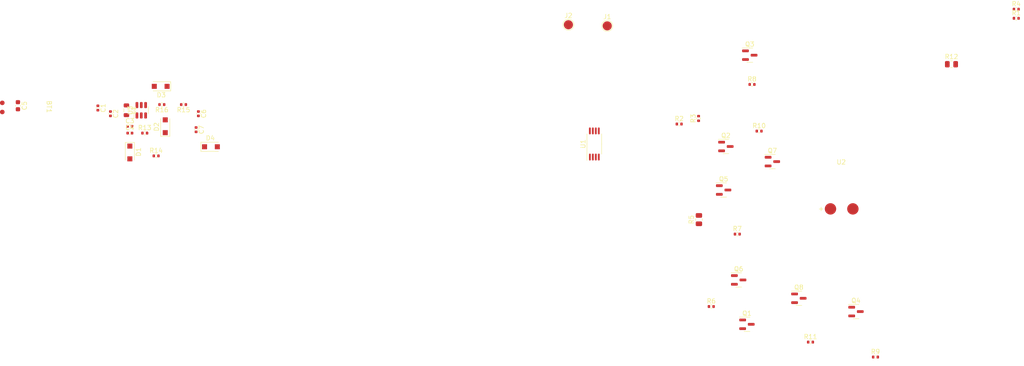
<source format=kicad_pcb>
(kicad_pcb (version 20211014) (generator pcbnew)
  (layers (0 "F.Cu" signal) (31 "B.Cu" signal) (34 "B.Paste" user) (35 "F.Paste" user) (36 "B.SilkS" user "B.Silkscreen") (37 "F.SilkS" user "F.Silkscreen") (38 "B.Mask" user) (39 "F.Mask" user) (44 "Edge.Cuts" user))
  (net 0 "")
  (net 1 "+BATT")
  (net 2 "GND")
  (net 3 "Net-(C2-Pad1)")
  (net 4 "Net-(C3-Pad1)")
  (net 5 "Net-(C3-Pad2)")
  (net 6 "Net-(C4-Pad2)")
  (net 7 "+9V")
  (net 8 "-9V")
  (net 9 "Net-(D2-Pad1)")
  (net 10 "Net-(D4-Pad1)")
  (net 11 "/Current_Ctrl_GPIO")
  (net 12 "/SET_V_GPIO")
  (net 13 "Net-(R1-Pad2)")
  (net 14 "Net-(R2-Pad1)")
  (net 15 "Net-(R15-Pad2)")
  (net 16 "Net-(R11-Pad1)")
  (net 17 "Net-(R11-Pad2)")
  (net 18 "Net-(R6-Pad2)")
  (net 19 "Net-(R10-Pad2)")
  (net 20 "Net-(R10-Pad1)")
  (net 21 "Net-(R7-Pad1)")
  (net 22 "Net-(R3-Pad2)")
  (net 23 "Net-(R8-Pad2)")
  (net 24 "Net-(R4-Pad2)")
  (net 25 "Net-(R9-Pad1)")
  (net 26 "Net-(Q5-Pad2)")
  (net 27 "Net-(R12-Pad1)")
  (net 28 "Net-(Q6-Pad2)")
  (footprint "Resistor_SMD:R_0402_1005Metric" (layer "F.Cu") (at 204.22 82.89)
    (fp_text reference "R7" (at 0 -1.17) (layer "F.SilkS"))
    (fp_text value "R_Bias")
    (fp_line (start -0.153641 0.38) (end 0.153641 0.38) (layer "F.SilkS") (width 0.12))
    (fp_line (start -0.153641 -0.38) (end 0.153641 -0.38) (layer "F.SilkS") (width 0.12))
    (pad "1" smd roundrect (at -0.51 0) (size 0.54 0.64) (layers "F.Cu" "F.Paste" "F.Mask") (net 21 "Net-(R7-Pad1)"))
    (pad "2" smd roundrect (at 0.51 0) (size 0.54 0.64) (layers "F.Cu" "F.Paste" "F.Mask") (net 27 "Net-(R12-Pad1)"))
  )
  (footprint "Resistor_SMD:R_0402_1005Metric" (layer "F.Cu") (at 195.745 57.54 90)
    (fp_text reference "R3" (at 0 -1.17 90) (layer "F.SilkS"))
    (fp_text value "1k")
    (fp_line (start -0.153641 -0.38) (end 0.153641 -0.38) (layer "F.SilkS") (width 0.12))
    (fp_line (start -0.153641 0.38) (end 0.153641 0.38) (layer "F.SilkS") (width 0.12))
    (pad "1" smd roundrect (at -0.51 0 90) (size 0.54 0.64) (layers "F.Cu" "F.Paste" "F.Mask") (net 14 "Net-(R2-Pad1)"))
    (pad "2" smd roundrect (at 0.51 0 90) (size 0.54 0.64) (layers "F.Cu" "F.Paste" "F.Mask") (net 22 "Net-(R3-Pad2)"))
  )
  (footprint "Resistor_SMD:R_0402_1005Metric" (layer "F.Cu") (at 208.995 60.315)
    (fp_text reference "R10" (at 0 -1.17) (layer "F.SilkS"))
    (fp_text value "R_Sense")
    (fp_line (start -0.153641 -0.38) (end 0.153641 -0.38) (layer "F.SilkS") (width 0.12))
    (fp_line (start -0.153641 0.38) (end 0.153641 0.38) (layer "F.SilkS") (width 0.12))
    (pad "1" smd roundrect (at -0.51 0) (size 0.54 0.64) (layers "F.Cu" "F.Paste" "F.Mask") (net 20 "Net-(R10-Pad1)"))
    (pad "2" smd roundrect (at 0.51 0) (size 0.54 0.64) (layers "F.Cu" "F.Paste" "F.Mask") (net 19 "Net-(R10-Pad2)"))
  )
  (footprint "Diode_SMD:D_SOD-123F" (layer "F.Cu") (at 78 50.5 180)
    (fp_text reference "D3" (at -0.127 -1.905) (layer "F.SilkS"))
    (fp_text value "PMEG2010EH")
    (fp_line (start -2.2 -1) (end -2.2 1) (layer "F.SilkS") (width 0.12))
    (fp_line (start -2.2 -1) (end 1.65 -1) (layer "F.SilkS") (width 0.12))
    (fp_line (start -2.2 1) (end 1.65 1) (layer "F.SilkS") (width 0.12))
    (pad "1" smd rect (at -1.4 0 180) (size 1.1 1.1) (layers "F.Cu" "F.Paste" "F.Mask") (net 7 "+9V"))
    (pad "2" smd rect (at 1.4 0 180) (size 1.1 1.1) (layers "F.Cu" "F.Paste" "F.Mask") (net 6 "Net-(C4-Pad2)"))
  )
  (footprint "Package_TO_SOT_SMD:SOT-23" (layer "F.Cu") (at 211.9 67)
    (fp_text reference "Q7" (at 0 -2.4) (layer "F.SilkS"))
    (fp_text value "BC857")
    (fp_line (start 0 -1.56) (end -1.675 -1.56) (layer "F.SilkS") (width 0.12))
    (fp_line (start 0 1.56) (end -0.65 1.56) (layer "F.SilkS") (width 0.12))
    (fp_line (start 0 1.56) (end 0.65 1.56) (layer "F.SilkS") (width 0.12))
    (fp_line (start 0 -1.56) (end 0.65 -1.56) (layer "F.SilkS") (width 0.12))
    (pad "1" smd roundrect (at -0.9375 -0.95) (size 1.475 0.6) (layers "F.Cu" "F.Paste" "F.Mask") (net 26 "Net-(Q5-Pad2)"))
    (pad "2" smd roundrect (at -0.9375 0.95) (size 1.475 0.6) (layers "F.Cu" "F.Paste" "F.Mask") (net 19 "Net-(R10-Pad2)"))
    (pad "3" smd roundrect (at 0.9375 0) (size 1.475 0.6) (layers "F.Cu" "F.Paste" "F.Mask") (net 27 "Net-(R12-Pad1)"))
  )
  (footprint "Package_TO_SOT_SMD:SOT-23" (layer "F.Cu") (at 201.72 63.69)
    (fp_text reference "Q2" (at 0 -2.4) (layer "F.SilkS"))
    (fp_text value "BC857")
    (fp_line (start 0 1.56) (end 0.65 1.56) (layer "F.SilkS") (width 0.12))
    (fp_line (start 0 1.56) (end -0.65 1.56) (layer "F.SilkS") (width 0.12))
    (fp_line (start 0 -1.56) (end -1.675 -1.56) (layer "F.SilkS") (width 0.12))
    (fp_line (start 0 -1.56) (end 0.65 -1.56) (layer "F.SilkS") (width 0.12))
    (pad "1" smd roundrect (at -0.9375 -0.95) (size 1.475 0.6) (layers "F.Cu" "F.Paste" "F.Mask") (net 19 "Net-(R10-Pad2)"))
    (pad "2" smd roundrect (at -0.9375 0.95) (size 1.475 0.6) (layers "F.Cu" "F.Paste" "F.Mask") (net 20 "Net-(R10-Pad1)"))
    (pad "3" smd roundrect (at 0.9375 0) (size 1.475 0.6) (layers "F.Cu" "F.Paste" "F.Mask") (net 21 "Net-(R7-Pad1)"))
  )
  (footprint "Package_TO_SOT_SMD:SOT-23" (layer "F.Cu") (at 206.95 43.675)
    (fp_text reference "Q3" (at 0 -2.4) (layer "F.SilkS"))
    (fp_text value "BC857")
    (fp_line (start 0 1.56) (end 0.65 1.56) (layer "F.SilkS") (width 0.12))
    (fp_line (start 0 -1.56) (end -1.675 -1.56) (layer "F.SilkS") (width 0.12))
    (fp_line (start 0 1.56) (end -0.65 1.56) (layer "F.SilkS") (width 0.12))
    (fp_line (start 0 -1.56) (end 0.65 -1.56) (layer "F.SilkS") (width 0.12))
    (pad "1" smd roundrect (at -0.9375 -0.95) (size 1.475 0.6) (layers "F.Cu" "F.Paste" "F.Mask") (net 22 "Net-(R3-Pad2)"))
    (pad "2" smd roundrect (at -0.9375 0.95) (size 1.475 0.6) (layers "F.Cu" "F.Paste" "F.Mask") (net 23 "Net-(R8-Pad2)"))
    (pad "3" smd roundrect (at 0.9375 0) (size 1.475 0.6) (layers "F.Cu" "F.Paste" "F.Mask") (net 20 "Net-(R10-Pad1)"))
  )
  (footprint "Inductor_SMD:L_0805_2012Metric" (layer "F.Cu") (at 70.5 55.75 -90)
    (fp_text reference "L1" (at 0 -1.55 90) (layer "F.SilkS"))
    (fp_text value "10uH")
    (fp_line (start -0.399622 -0.56) (end 0.399622 -0.56) (layer "F.SilkS") (width 0.12))
    (fp_line (start -0.399622 0.56) (end 0.399622 0.56) (layer "F.SilkS") (width 0.12))
    (pad "1" smd roundrect (at -1.0625 0 270) (size 0.875 1.2) (layers "F.Cu" "F.Paste" "F.Mask") (net 1 "+BATT"))
    (pad "2" smd roundrect (at 1.0625 0 270) (size 0.875 1.2) (layers "F.Cu" "F.Paste" "F.Mask") (net 4 "Net-(C3-Pad1)"))
  )
  (footprint "TestPoint:TestPoint_Pad_D2.0mm" (layer "F.Cu") (at 167.25 37)
    (fp_text reference "J2" (at 0 -1.998) (layer "F.SilkS"))
    (fp_text value "Conn_01x01_Male")
    (fp_circle (center 0 0) (end 0 1.2) (layer "F.SilkS") (width 0.12) (fill none))
    (pad "1" smd circle (at 0 0) (size 2 2) (layers "F.Cu" "F.Mask") (net 12 "/SET_V_GPIO"))
  )
  (footprint "Diode_SMD:D_SOD-123F" (layer "F.Cu") (at 71.25 65 -90)
    (fp_text reference "D1" (at -0.127 -1.905 90) (layer "F.SilkS"))
    (fp_text value "PMEG2010EH")
    (fp_line (start -2.2 -1) (end -2.2 1) (layer "F.SilkS") (width 0.12))
    (fp_line (start -2.2 -1) (end 1.65 -1) (layer "F.SilkS") (width 0.12))
    (fp_line (start -2.2 1) (end 1.65 1) (layer "F.SilkS") (width 0.12))
    (pad "1" smd rect (at -1.4 0 270) (size 1.1 1.1) (layers "F.Cu" "F.Paste" "F.Mask") (net 2 "GND"))
    (pad "2" smd rect (at 1.4 0 270) (size 1.1 1.1) (layers "F.Cu" "F.Paste" "F.Mask") (net 5 "Net-(C3-Pad2)"))
  )
  (footprint "Capacitor_SMD:C_0402_1005Metric" (layer "F.Cu") (at 86.25 56.5 -90)
    (fp_text reference "C6" (at 0 -1.16 90) (layer "F.SilkS"))
    (fp_text value "4.7uF")
    (fp_line (start -0.107836 -0.36) (end 0.107836 -0.36) (layer "F.SilkS") (width 0.12))
    (fp_line (start -0.107836 0.36) (end 0.107836 0.36) (layer "F.SilkS") (width 0.12))
    (pad "1" smd roundrect (at -0.48 0 270) (size 0.56 0.62) (layers "F.Cu" "F.Paste" "F.Mask") (net 7 "+9V"))
    (pad "2" smd roundrect (at 0.48 0 270) (size 0.56 0.62) (layers "F.Cu" "F.Paste" "F.Mask") (net 2 "GND"))
  )
  (footprint "Resistor_SMD:R_0805_2012Metric" (layer "F.Cu") (at 195.82 79.715 90)
    (fp_text reference "R5" (at 0 -1.65 90) (layer "F.SilkS"))
    (fp_text value "NC")
    (fp_line (start -0.227064 0.735) (end 0.227064 0.735) (layer "F.SilkS") (width 0.12))
    (fp_line (start -0.227064 -0.735) (end 0.227064 -0.735) (layer "F.SilkS") (width 0.12))
    (pad "1" smd roundrect (at -0.9125 0 90) (size 1.025 1.4) (layers "F.Cu" "F.Paste" "F.Mask") (roundrect_rratio 0.243902) (net 20 "Net-(R10-Pad1)"))
    (pad "2" smd roundrect (at 0.9125 0 90) (size 1.025 1.4) (layers "F.Cu" "F.Paste" "F.Mask") (roundrect_rratio 0.243902) (net 27 "Net-(R12-Pad1)"))
  )
  (footprint "Capacitor_SMD:C_0402_1005Metric" (layer "F.Cu") (at 64.25 55.25 -90)
    (fp_text reference "C1" (at 0 -1.16 90) (layer "F.SilkS"))
    (fp_text value "4.7uF")
    (fp_line (start -0.107836 0.36) (end 0.107836 0.36) (layer "F.SilkS") (width 0.12))
    (fp_line (start -0.107836 -0.36) (end 0.107836 -0.36) (layer "F.SilkS") (width 0.12))
    (pad "1" smd roundrect (at -0.48 0 270) (size 0.56 0.62) (layers "F.Cu" "F.Paste" "F.Mask") (net 1 "+BATT"))
    (pad "2" smd roundrect (at 0.48 0 270) (size 0.56 0.62) (layers "F.Cu" "F.Paste" "F.Mask") (net 2 "GND"))
  )
  (footprint "Capacitor_SMD:C_0402_1005Metric" (layer "F.Cu") (at 71.25 59.25)
    (fp_text reference "C3" (at 0 -1.16) (layer "F.SilkS"))
    (fp_text value "1uF")
    (fp_line (start -0.107836 -0.36) (end 0.107836 -0.36) (layer "F.SilkS") (width 0.12))
    (fp_line (start -0.107836 0.36) (end 0.107836 0.36) (layer "F.SilkS") (width 0.12))
    (pad "1" smd roundrect (at -0.48 0) (size 0.56 0.62) (layers "F.Cu" "F.Paste" "F.Mask") (net 4 "Net-(C3-Pad1)"))
    (pad "2" smd roundrect (at 0.48 0) (size 0.56 0.62) (layers "F.Cu" "F.Paste" "F.Mask") (net 5 "Net-(C3-Pad2)"))
  )
  (footprint "Package_TO_SOT_SMD:SOT-23" (layer "F.Cu") (at 217.695 96.965)
    (fp_text reference "Q8" (at 0 -2.4) (layer "F.SilkS"))
    (fp_text value "BC847")
    (fp_line (start 0 -1.56) (end -1.675 -1.56) (layer "F.SilkS") (width 0.12))
    (fp_line (start 0 -1.56) (end 0.65 -1.56) (layer "F.SilkS") (width 0.12))
    (fp_line (start 0 1.56) (end 0.65 1.56) (layer "F.SilkS") (width 0.12))
    (fp_line (start 0 1.56) (end -0.65 1.56) (layer "F.SilkS") (width 0.12))
    (pad "1" smd roundrect (at -0.9375 -0.95) (size 1.475 0.6) (layers "F.Cu" "F.Paste" "F.Mask") (net 28 "Net-(Q6-Pad2)"))
    (pad "2" smd roundrect (at -0.9375 0.95) (size 1.475 0.6) (layers "F.Cu" "F.Paste" "F.Mask") (net 16 "Net-(R11-Pad1)"))
    (pad "3" smd roundrect (at 0.9375 0) (size 1.475 0.6) (layers "F.Cu" "F.Paste" "F.Mask") (net 27 "Net-(R12-Pad1)"))
  )
  (footprint "Capacitor_SMD:C_0402_1005Metric" (layer "F.Cu") (at 67 56.5 -90)
    (fp_text reference "C2" (at 0 -1.16 90) (layer "F.SilkS"))
    (fp_text value "0.001uF")
    (fp_line (start -0.107836 -0.36) (end 0.107836 -0.36) (layer "F.SilkS") (width 0.12))
    (fp_line (start -0.107836 0.36) (end 0.107836 0.36) (layer "F.SilkS") (width 0.12))
    (pad "1" smd roundrect (at -0.48 0 270) (size 0.56 0.62) (layers "F.Cu" "F.Paste" "F.Mask") (net 3 "Net-(C2-Pad1)"))
    (pad "2" smd roundrect (at 0.48 0 270) (size 0.56 0.62) (layers "F.Cu" "F.Paste" "F.Mask") (net 2 "GND"))
  )
  (footprint "OpenSourceSmartGlasses:BatterySolderOn" (layer "F.Cu") (at 43.325 55.075 -90)
    (fp_text reference "BT1" (at -0.1 -10.25 -90 unlocked) (layer "F.SilkS"))
    (fp_text value "Battery_Cell")
    (pad "1" smd circle (at -0.95 0 270) (size 1 1) (layers "F.Cu" "F.Paste" "F.Mask") (net 1 "+BATT"))
    (pad "2" smd circle (at 1.05 0 270) (size 1 1) (layers "F.Cu" "F.Paste" "F.Mask") (net 2 "GND"))
  )
  (footprint "Capacitor_SMD:C_0402_1005Metric" (layer "F.Cu") (at 71.25 60.75)
    (fp_text reference "C4" (at 0 -1.16) (layer "F.SilkS"))
    (fp_text value "1uF")
    (fp_line (start -0.107836 -0.36) (end 0.107836 -0.36) (layer "F.SilkS") (width 0.12))
    (fp_line (start -0.107836 0.36) (end 0.107836 0.36) (layer "F.SilkS") (width 0.12))
    (pad "1" smd roundrect (at -0.48 0) (size 0.56 0.62) (layers "F.Cu" "F.Paste" "F.Mask") (net 4 "Net-(C3-Pad1)"))
    (pad "2" smd roundrect (at 0.48 0) (size 0.56 0.62) (layers "F.Cu" "F.Paste" "F.Mask") (net 6 "Net-(C4-Pad2)"))
  )
  (footprint "Package_TO_SOT_SMD:SOT-23" (layer "F.Cu") (at 206.33 102.665)
    (fp_text reference "Q1" (at 0 -2.4) (layer "F.SilkS"))
    (fp_text value "BC847")
    (fp_line (start 0 1.56) (end -0.65 1.56) (layer "F.SilkS") (width 0.12))
    (fp_line (start 0 -1.56) (end -1.675 -1.56) (layer "F.SilkS") (width 0.12))
    (fp_line (start 0 -1.56) (end 0.65 -1.56) (layer "F.SilkS") (width 0.12))
    (fp_line (start 0 1.56) (end 0.65 1.56) (layer "F.SilkS") (width 0.12))
    (pad "1" smd roundrect (at -0.9375 -0.95) (size 1.475 0.6) (layers "F.Cu" "F.Paste" "F.Mask") (net 16 "Net-(R11-Pad1)"))
    (pad "2" smd roundrect (at -0.9375 0.95) (size 1.475 0.6) (layers "F.Cu" "F.Paste" "F.Mask") (net 17 "Net-(R11-Pad2)"))
    (pad "3" smd roundrect (at 0.9375 0) (size 1.475 0.6) (layers "F.Cu" "F.Paste" "F.Mask") (net 18 "Net-(R6-Pad2)"))
  )
  (footprint "Package_TO_SOT_SMD:SOT-23" (layer "F.Cu") (at 204.52 92.94)
    (fp_text reference "Q6" (at 0 -2.4) (layer "F.SilkS"))
    (fp_text value "BC847")
    (fp_line (start 0 -1.56) (end 0.65 -1.56) (layer "F.SilkS") (width 0.12))
    (fp_line (start 0 1.56) (end 0.65 1.56) (layer "F.SilkS") (width 0.12))
    (fp_line (start 0 1.56) (end -0.65 1.56) (layer "F.SilkS") (width 0.12))
    (fp_line (start 0 -1.56) (end -1.675 -1.56) (layer "F.SilkS") (width 0.12))
    (pad "1" smd roundrect (at -0.9375 -0.95) (size 1.475 0.6) (layers "F.Cu" "F.Paste" "F.Mask") (net 18 "Net-(R6-Pad2)"))
    (pad "2" smd roundrect (at -0.9375 0.95) (size 1.475 0.6) (layers "F.Cu" "F.Paste" "F.Mask") (net 28 "Net-(Q6-Pad2)"))
    (pad "3" smd roundrect (at 0.9375 0) (size 1.475 0.6) (layers "F.Cu" "F.Paste" "F.Mask") (net 27 "Net-(R12-Pad1)"))
  )
  (footprint "Resistor_SMD:R_0402_1005Metric" (layer "F.Cu") (at 78.25 54.5 180)
    (fp_text reference "R16" (at 0 -1.17 180) (layer "F.SilkS"))
    (fp_text value "?????????")
    (fp_line (start -0.153641 0.38) (end 0.153641 0.38) (layer "F.SilkS") (width 0.12))
    (fp_line (start -0.153641 -0.38) (end 0.153641 -0.38) (layer "F.SilkS") (width 0.12))
    (pad "1" smd roundrect (at -0.51 0 180) (size 0.54 0.64) (layers "F.Cu" "F.Paste" "F.Mask") (net 2 "GND"))
    (pad "2" smd roundrect (at 0.51 0 180) (size 0.54 0.64) (layers "F.Cu" "F.Paste" "F.Mask") (net 15 "Net-(R15-Pad2)"))
  )
  (footprint "Resistor_SMD:R_0402_1005Metric" (layer "F.Cu") (at 191.495 58.765)
    (fp_text reference "R2" (at 0 -1.17) (layer "F.SilkS"))
    (fp_text value "1k")
    (fp_line (start -0.153641 -0.38) (end 0.153641 -0.38) (layer "F.SilkS") (width 0.12))
    (fp_line (start -0.153641 0.38) (end 0.153641 0.38) (layer "F.SilkS") (width 0.12))
    (pad "1" smd roundrect (at -0.51 0) (size 0.54 0.64) (layers "F.Cu" "F.Paste" "F.Mask") (net 14 "Net-(R2-Pad1)"))
    (pad "2" smd roundrect (at 0.51 0) (size 0.54 0.64) (layers "F.Cu" "F.Paste" "F.Mask") (net 2 "GND"))
  )
  (footprint "Resistor_SMD:R_0805_2012Metric" (layer "F.Cu") (at 251.105 45.655)
    (fp_text reference "R12" (at 0 -1.65) (layer "F.SilkS"))
    (fp_text value "NC")
    (fp_line (start -0.227064 0.735) (end 0.227064 0.735) (layer "F.SilkS") (width 0.12))
    (fp_line (start -0.227064 -0.735) (end 0.227064 -0.735) (layer "F.SilkS") (width 0.12))
    (pad "1" smd roundrect (at -0.9125 0) (size 1.025 1.4) (layers "F.Cu" "F.Paste" "F.Mask") (roundrect_rratio 0.243902) (net 27 "Net-(R12-Pad1)"))
    (pad "2" smd roundrect (at 0.9125 0) (size 1.025 1.4) (layers "F.Cu" "F.Paste" "F.Mask") (roundrect_rratio 0.243902) (net 17 "Net-(R11-Pad2)"))
  )
  (footprint "Resistor_SMD:R_0402_1005Metric" (layer "F.Cu") (at 265.285 35.585)
    (fp_text reference "R1" (at 0 -1.17) (layer "F.SilkS"))
    (fp_text value "1k")
    (fp_line (start -0.153641 0.38) (end 0.153641 0.38) (layer "F.SilkS") (width 0.12))
    (fp_line (start -0.153641 -0.38) (end 0.153641 -0.38) (layer "F.SilkS") (width 0.12))
    (pad "1" smd roundrect (at -0.51 0) (size 0.54 0.64) (layers "F.Cu" "F.Paste" "F.Mask") (net 11 "/Current_Ctrl_GPIO"))
    (pad "2" smd roundrect (at 0.51 0) (size 0.54 0.64) (layers "F.Cu" "F.Paste" "F.Mask") (net 13 "Net-(R1-Pad2)"))
  )
  (footprint "Resistor_SMD:R_0402_1005Metric" (layer "F.Cu") (at 77 65.75)
    (fp_text reference "R14" (at 0 -1.17) (layer "F.SilkS"))
    (fp_text value "1")
    (fp_line (start -0.153641 0.38) (end 0.153641 0.38) (layer "F.SilkS") (width 0.12))
    (fp_line (start -0.153641 -0.38) (end 0.153641 -0.38) (layer "F.SilkS") (width 0.12))
    (pad "1" smd roundrect (at -0.51 0) (size 0.54 0.64) (layers "F.Cu" "F.Paste" "F.Mask") (net 10 "Net-(D4-Pad1)"))
    (pad "2" smd roundrect (at 0.51 0) (size 0.54 0.64) (layers "F.Cu" "F.Paste" "F.Mask") (net 5 "Net-(C3-Pad2)"))
  )
  (footprint "Resistor_SMD:R_0402_1005Metric" (layer "F.Cu") (at 207.445 50.09)
    (fp_text reference "R8" (at 0 -1.17) (layer "F.SilkS"))
    (fp_text value "1k")
    (fp_line (start -0.153641 0.38) (end 0.153641 0.38) (layer "F.SilkS") (width 0.12))
    (fp_line (start -0.153641 -0.38) (end 0.153641 -0.38) (layer "F.SilkS") (width 0.12))
    (pad "1" smd roundrect (at -0.51 0) (size 0.54 0.64) (layers "F.Cu" "F.Paste" "F.Mask") (net 7 "+9V"))
    (pad "2" smd roundrect (at 0.51 0) (size 0.54 0.64) (layers "F.Cu" "F.Paste" "F.Mask") (net 23 "Net-(R8-Pad2)"))
  )
  (footprint "Package_SO:TSSOP-8_4.4x3mm_P0.65mm" (layer "F.Cu") (at 172.92 63.14 90)
    (fp_text reference "U1" (at 0 -2.45 90) (layer "F.SilkS"))
    (fp_text value "Opamp_Dual")
    (fp_line (start 0 -1.61) (end 2.2 -1.61) (layer "F.SilkS") (width 0.12))
    (fp_line (start 0 1.61) (end -2.2 1.61) (layer "F.SilkS") (width 0.12))
    (fp_line (start 0 -1.61) (end -3.6 -1.61) (layer "F.SilkS") (width 0.12))
    (fp_line (start 0 1.61) (end 2.2 1.61) (layer "F.SilkS") (width 0.12))
    (pad "1" smd roundrect (at -2.8625 -0.975 90) (size 1.475 0.4) (layers "F.Cu" "F.Paste" "F.Mask") (net 22 "Net-(R3-Pad2)"))
    (pad "2" smd roundrect (at -2.8625 -0.325 90) (size 1.475 0.4) (layers "F.Cu" "F.Paste" "F.Mask") (net 14 "Net-(R2-Pad1)"))
    (pad "3" smd roundrect (at -2.8625 0.325 90) (size 1.475 0.4) (layers "F.Cu" "F.Paste" "F.Mask") (net 12 "/SET_V_GPIO"))
    (pad "4" smd roundrect (at -2.8625 0.975 90) (size 1.475 0.4) (layers "F.Cu" "F.Paste" "F.Mask") (net 8 "-9V"))
    (pad "5" smd roundrect (at 2.8625 0.975 90) (size 1.475 0.4) (layers "F.Cu" "F.Paste" "F.Mask") (net 2 "GND"))
    (pad "6" smd roundrect (at 2.8625 0.325 90) (size 1.475 0.4) (layers "F.Cu" "F.Paste" "F.Mask") (net 13 "Net-(R1-Pad2)"))
    (pad "7" smd roundrect (at 2.8625 -0.325 90) (size 1.475 0.4) (layers "F.Cu" "F.Paste" "F.Mask") (net 24 "Net-(R4-Pad2)"))
    (pad "8" smd roundrect (at 2.8625 -0.975 90) (size 1.475 0.4) (layers "F.Cu" "F.Paste" "F.Mask") (net 7 "+9V"))
  )
  (footprint "Resistor_SMD:R_0402_1005Metric" (layer "F.Cu") (at 234.47 109.84)
    (fp_text reference "R9" (at 0 -1.17) (layer "F.SilkS"))
    (fp_text value "1k")
    (fp_line (start -0.153641 0.38) (end 0.153641 0.38) (layer "F.SilkS") (width 0.12))
    (fp_line (start -0.153641 -0.38) (end 0.153641 -0.38) (layer "F.SilkS") (width 0.12))
    (pad "1" smd roundrect (at -0.51 0) (size 0.54 0.64) (layers "F.Cu" "F.Paste" "F.Mask") (net 25 "Net-(R9-Pad1)"))
    (pad "2" smd roundrect (at 0.51 0) (size 0.54 0.64) (layers "F.Cu" "F.Paste" "F.Mask") (net 8 "-9V"))
  )
  (footprint "Capacitor_SMD:C_0402_1005Metric" (layer "F.Cu") (at 85.75 60 -90)
    (fp_text reference "C7" (at 0 -1.16 90) (layer "F.SilkS"))
    (fp_text value "4.7uF")
    (fp_line (start -0.107836 0.36) (end 0.107836 0.36) (layer "F.SilkS") (width 0.12))
    (fp_line (start -0.107836 -0.36) (end 0.107836 -0.36) (layer "F.SilkS") (width 0.12))
    (pad "1" smd roundrect (at -0.48 0 270) (size 0.56 0.62) (layers "F.Cu" "F.Paste" "F.Mask") (net 2 "GND"))
    (pad "2" smd roundrect (at 0.48 0 270) (size 0.56 0.62) (layers "F.Cu" "F.Paste" "F.Mask") (net 8 "-9V"))
  )
  (footprint "TestPoint:TestPoint_Pad_D2.0mm" (layer "F.Cu") (at 175.75 37.25)
    (fp_text reference "J1" (at 0 -1.998) (layer "F.SilkS"))
    (fp_text value "Conn_01x01_Male")
    (fp_circle (center 0 0) (end 0 1.2) (layer "F.SilkS") (width 0.12) (fill none))
    (pad "1" smd circle (at 0 0) (size 2 2) (layers "F.Cu" "F.Mask") (net 11 "/Current_Ctrl_GPIO"))
  )
  (footprint "Package_TO_SOT_SMD:SOT-23" (layer "F.Cu") (at 201.225 73.225)
    (fp_text reference "Q5" (at 0 -2.4) (layer "F.SilkS"))
    (fp_text value "BC857")
    (fp_line (start 0 -1.56) (end 0.65 -1.56) (layer "F.SilkS") (width 0.12))
    (fp_line (start 0 1.56) (end -0.65 1.56) (layer "F.SilkS") (width 0.12))
    (fp_line (start 0 -1.56) (end -1.675 -1.56) (layer "F.SilkS") (width 0.12))
    (fp_line (start 0 1.56) (end 0.65 1.56) (layer "F.SilkS") (width 0.12))
    (pad "1" smd roundrect (at -0.9375 -0.95) (size 1.475 0.6) (layers "F.Cu" "F.Paste" "F.Mask") (net 21 "Net-(R7-Pad1)"))
    (pad "2" smd roundrect (at -0.9375 0.95) (size 1.475 0.6) (layers "F.Cu" "F.Paste" "F.Mask") (net 26 "Net-(Q5-Pad2)"))
    (pad "3" smd roundrect (at 0.9375 0) (size 1.475 0.6) (layers "F.Cu" "F.Paste" "F.Mask") (net 27 "Net-(R12-Pad1)"))
  )
  (footprint "Diode_SMD:D_SOD-123F" (layer "F.Cu") (at 89 63.75)
    (fp_text reference "D4" (at -0.127 -1.905) (layer "F.SilkS"))
    (fp_text value "PMEG2010EH")
    (fp_line (start -2.2 -1) (end -2.2 1) (layer "F.SilkS") (width 0.12))
    (fp_line (start -2.2 -1) (end 1.65 -1) (layer "F.SilkS") (width 0.12))
    (fp_line (start -2.2 1) (end 1.65 1) (layer "F.SilkS") (width 0.12))
    (pad "1" smd rect (at -1.4 0) (size 1.1 1.1) (layers "F.Cu" "F.Paste" "F.Mask") (net 10 "Net-(D4-Pad1)"))
    (pad "2" smd rect (at 1.4 0) (size 1.1 1.1) (layers "F.Cu" "F.Paste" "F.Mask") (net 8 "-9V"))
  )
  (footprint "Capacitor_SMD:C_0603_1608Metric" (layer "F.Cu") (at 46.75 54.75 -90)
    (fp_text reference "C5" (at 0 -1.43 90) (layer "F.SilkS"))
    (fp_text value "10uF")
    (fp_line (start -0.14058 -0.51) (end 0.14058 -0.51) (layer "F.SilkS") (width 0.12))
    (fp_line (start -0.14058 0.51) (end 0.14058 0.51) (layer "F.SilkS") (width 0.12))
    (pad "1" smd roundrect (at -0.775 0 270) (size 0.9 0.95) (layers "F.Cu" "F.Paste" "F.Mask") (net 1 "+BATT"))
    (pad "2" smd roundrect (at 0.775 0 270) (size 0.9 0.95) (layers "F.Cu" "F.Paste" "F.Mask") (net 2 "GND"))
  )
  (footprint "Package_TO_SOT_SMD:SOT-23" (layer "F.Cu") (at 230.2 99.875)
    (fp_text reference "Q4" (at 0 -2.4) (layer "F.SilkS"))
    (fp_text value "BC847")
    (fp_line (start 0 -1.56) (end 0.65 -1.56) (layer "F.SilkS") (width 0.12))
    (fp_line (start 0 1.56) (end 0.65 1.56) (layer "F.SilkS") (width 0.12))
    (fp_line (start 0 -1.56) (end -1.675 -1.56) (layer "F.SilkS") (width 0.12))
    (fp_line (start 0 1.56) (end -0.65 1.56) (layer "F.SilkS") (width 0.12))
    (pad "1" smd roundrect (at -0.9375 -0.95) (size 1.475 0.6) (layers "F.Cu" "F.Paste" "F.Mask") (net 24 "Net-(R4-Pad2)"))
    (pad "2" smd roundrect (at -0.9375 0.95) (size 1.475 0.6) (layers "F.Cu" "F.Paste" "F.Mask") (net 25 "Net-(R9-Pad1)"))
    (pad "3" smd roundrect (at 0.9375 0) (size 1.475 0.6) (layers "F.Cu" "F.Paste" "F.Mask") (net 17 "Net-(R11-Pad2)"))
  )
  (footprint "Resistor_SMD:R_0402_1005Metric" (layer "F.Cu") (at 83 54.5 180)
    (fp_text reference "R15" (at 0 -1.17 180) (layer "F.SilkS"))
    (fp_text value "???????")
    (fp_line (start -0.153641 0.38) (end 0.153641 0.38) (layer "F.SilkS") (width 0.12))
    (fp_line (start -0.153641 -0.38) (end 0.153641 -0.38) (layer "F.SilkS") (width 0.12))
    (pad "1" smd roundrect (at -0.51 0 180) (size 0.54 0.64) (layers "F.Cu" "F.Paste" "F.Mask") (net 7 "+9V"))
    (pad "2" smd roundrect (at 0.51 0 180) (size 0.54 0.64) (layers "F.Cu" "F.Paste" "F.Mask") (net 15 "Net-(R15-Pad2)"))
  )
  (footprint "TACS:Electrode_Solder_Pads" (layer "F.Cu") (at 227.07 77.365)
    (fp_text reference "U2" (at -0.1 -10.25 unlocked) (layer "F.SilkS"))
    (fp_text value "Electrodes")
    (fp_text user "+" (at -4.5 -0.05 unlocked) (layer "F.SilkS"))
    (pad "1" smd circle (at -2.45 0) (size 2.5 2.5) (layers "F.Cu" "F.Paste" "F.Mask"))
    (pad "2" smd circle (at 2.45 0) (size 2.5 2.5) (layers "F.Cu" "F.Paste" "F.Mask"))
  )
  (footprint "Resistor_SMD:R_0402_1005Metric" (layer "F.Cu") (at 74.51 60.75)
    (fp_text reference "R13" (at 0 -1.17) (layer "F.SilkS"))
    (fp_text value "1")
    (fp_line (start -0.153641 0.38) (end 0.153641 0.38) (layer "F.SilkS") (width 0.12))
    (fp_line (start -0.153641 -0.38) (end 0.153641 -0.38) (layer "F.SilkS") (width 0.12))
    (pad "1" smd roundrect (at -0.51 0) (size 0.54 0.64) (layers "F.Cu" "F.Paste" "F.Mask") (net 6 "Net-(C4-Pad2)"))
    (pad "2" smd roundrect (at 0.51 0) (size 0.54 0.64) (layers "F.Cu" "F.Paste" "F.Mask") (net 9 "Net-(D2-Pad1)"))
  )
  (footprint "Diode_SMD:D_SOD-123F" (layer "F.Cu") (at 79 59.25 90)
    (fp_text reference "D2" (at -0.127 -1.905 90) (layer "F.SilkS"))
    (fp_text value "PMEG2010EH")
    (fp_line (start -2.2 -1) (end -2.2 1) (layer "F.SilkS") (width 0.12))
    (fp_line (start -2.2 -1) (end 1.65 -1) (layer "F.SilkS") (width 0.12))
    (fp_line (start -2.2 1) (end 1.65 1) (layer "F.SilkS") (width 0.12))
    (pad "1" smd rect (at -1.4 0 90) (size 1.1 1.1) (layers "F.Cu" "F.Paste" "F.Mask") (net 9 "Net-(D2-Pad1)"))
    (pad "2" smd rect (at 1.4 0 90) (size 1.1 1.1) (layers "F.Cu" "F.Paste" "F.Mask") (net 2 "GND"))
  )
  (footprint "Resistor_SMD:R_0402_1005Metric" (layer "F.Cu") (at 265.285 33.595)
    (fp_text reference "R4" (at 0 -1.17) (layer "F.SilkS"))
    (fp_text value "4.7k")
    (fp_line (start -0.153641 0.38) (end 0.153641 0.38) (layer "F.SilkS") (width 0.12))
    (fp_line (start -0.153641 -0.38) (end 0.153641 -0.38) (layer "F.SilkS") (width 0.12))
    (pad "1" smd roundrect (at -0.51 0) (size 0.54 0.64) (layers "F.Cu" "F.Paste" "F.Mask") (net 13 "Net-(R1-Pad2)"))
    (pad "2" smd roundrect (at 0.51 0) (size 0.54 0.64) (layers "F.Cu" "F.Paste" "F.Mask") (net 24 "Net-(R4-Pad2)"))
  )
  (footprint "Package_TO_SOT_SMD:SOT-23-6" (layer "F.Cu") (at 73.75 55.75 90)
    (fp_text reference "U3" (at 0 -2.4 90) (layer "F.SilkS"))
    (fp_text value "LT3467AES6TRPBF")
    (fp_line (start 0 -1.56) (end 0.8 -1.56) (layer "F.SilkS") (width 0.12))
    (fp_line (start 0 1.56) (end 0.8 1.56) (layer "F.SilkS") (width 0.12))
    (fp_line (start 0 -1.56) (end -1.8 -1.56) (layer "F.SilkS") (width 0.12))
    (fp_line (start 0 1.56) (end -0.8 1.56) (layer "F.SilkS") (width 0.12))
    (pad "1" smd roundrect (at -1.1375 -0.95 90) (size 1.325 0.6) (layers "F.Cu" "F.Paste" "F.Mask") (net 4 "Net-(C3-Pad1)"))
    (pad "2" smd roundrect (at -1.1375 0 90) (size 1.325 0.6) (layers "F.Cu" "F.Paste" "F.Mask") (net 2 "GND"))
    (pad "3" smd roundrect (at -1.1375 0.95 90) (size 1.325 0.6) (layers "F.Cu" "F.Paste" "F.Mask") (net 15 "Net-(R15-Pad2)"))
    (pad "4" smd roundrect (at 1.1375 0.95 90) (size 1.325 0.6) (layers "F.Cu" "F.Paste" "F.Mask") (net 1 "+BATT"))
    (pad "5" smd roundrect (at 1.1375 0 90) (size 1.325 0.6) (layers "F.Cu" "F.Paste" "F.Mask") (net 3 "Net-(C2-Pad1)"))
    (pad "6" smd roundrect (at 1.1375 -0.95 90) (size 1.325 0.6) (layers "F.Cu" "F.Paste" "F.Mask") (net 1 "+BATT"))
  )
  (footprint "Resistor_SMD:R_0402_1005Metric" (layer "F.Cu") (at 198.52 98.765)
    (fp_text reference "R6" (at 0 -1.17) (layer "F.SilkS"))
    (fp_text value "R_bias")
    (fp_line (start -0.153641 -0.38) (end 0.153641 -0.38) (layer "F.SilkS") (width 0.12))
    (fp_line (start -0.153641 0.38) (end 0.153641 0.38) (layer "F.SilkS") (width 0.12))
    (pad "1" smd roundrect (at -0.51 0) (size 0.54 0.64) (layers "F.Cu" "F.Paste" "F.Mask") (net 27 "Net-(R12-Pad1)"))
    (pad "2" smd roundrect (at 0.51 0) (size 0.54 0.64) (layers "F.Cu" "F.Paste" "F.Mask") (net 18 "Net-(R6-Pad2)"))
  )
  (footprint "Resistor_SMD:R_0402_1005Metric" (layer "F.Cu") (at 220.245 106.565)
    (fp_text reference "R11" (at 0 -1.17) (layer "F.SilkS"))
    (fp_text value "R_Sense")
    (fp_line (start -0.153641 -0.38) (end 0.153641 -0.38) (layer "F.SilkS") (width 0.12))
    (fp_line (start -0.153641 0.38) (end 0.153641 0.38) (layer "F.SilkS") (width 0.12))
    (pad "1" smd roundrect (at -0.51 0) (size 0.54 0.64) (layers "F.Cu" "F.Paste" "F.Mask") (net 16 "Net-(R11-Pad1)"))
    (pad "2" smd roundrect (at 0.51 0) (size 0.54 0.64) (layers "F.Cu" "F.Paste" "F.Mask") (net 17 "Net-(R11-Pad2)"))
  )
)
</source>
